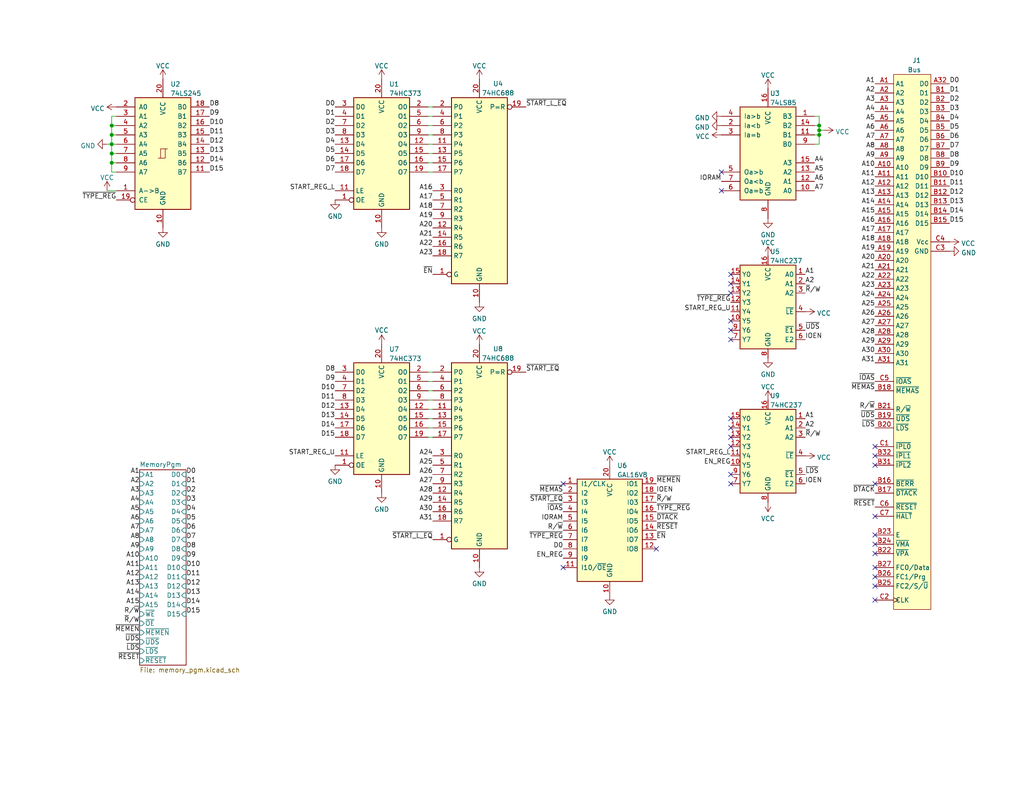
<source format=kicad_sch>
(kicad_sch (version 20230121) (generator eeschema)
  (paper "USLetter")
  (title_block (title "RAM/ROM Board") (date "2022-11-15") (rev "1.0.0-dev-4"))
  (lib_symbols
    (symbol "74xx:74HC237"
      (property "Reference" "U" (at -7.62 13.97 0))
      (property "Value" "74HC237" (at 2.54 -11.43 0))
      (symbol "74HC237_0_1"
        (rectangle (start -7.62 12.7) (end 7.62 -10.16) (stroke (width 0.254)) (fill (type background)))
      )
      (symbol "74HC237_1_1"
        (pin input line (at -10.16 10.16 0) (length 2.54) (name "A0") (number "1"))
        (pin output line (at 10.16 -2.54 180) (length 2.54) (name "Y5") (number "10"))
        (pin output line (at 10.16 0 180) (length 2.54) (name "Y4") (number "11"))
        (pin output line (at 10.16 2.54 180) (length 2.54) (name "Y3") (number "12"))
        (pin output line (at 10.16 5.08 180) (length 2.54) (name "Y2") (number "13"))
        (pin output line (at 10.16 7.62 180) (length 2.54) (name "Y1") (number "14"))
        (pin output line (at 10.16 10.16 180) (length 2.54) (name "Y0") (number "15"))
        (pin power_in line (at 0 15.24 270) (length 2.54) (name "VCC") (number "16"))
        (pin input line (at -10.16 7.62 0) (length 2.54) (name "A1") (number "2"))
        (pin input line (at -10.16 5.08 0) (length 2.54) (name "A2") (number "3"))
        (pin input line (at -10.16 0 0) (length 2.54) (name "~{LE}") (number "4"))
        (pin input line (at -10.16 -5.08 0) (length 2.54) (name "~{E1}") (number "5"))
        (pin input line (at -10.16 -7.62 0) (length 2.54) (name "E2") (number "6"))
        (pin output line (at 10.16 -7.62 180) (length 2.54) (name "Y7") (number "7"))
        (pin power_in line (at 0 -12.7 90) (length 2.54) (name "GND") (number "8"))
        (pin output line (at 10.16 -5.08 180) (length 2.54) (name "Y6") (number "9"))
      )
    )
    (symbol "74xx:74HC373"
      (property "Reference" "U" (at -7.62 16.51 0))
      (property "Value" "74HC373" (at -7.62 -16.51 0))
      (symbol "74HC373_1_0"
        (pin input inverted (at -12.7 -12.7 0) (length 5.08) (name "OE") (number "1"))
        (pin power_in line (at 0 -20.32 90) (length 5.08) (name "GND") (number "10"))
        (pin input line (at -12.7 -10.16 0) (length 5.08) (name "LE") (number "11"))
        (pin tri_state line (at 12.7 2.54 180) (length 5.08) (name "O4") (number "12"))
        (pin input line (at -12.7 2.54 0) (length 5.08) (name "D4") (number "13"))
        (pin input line (at -12.7 0 0) (length 5.08) (name "D5") (number "14"))
        (pin tri_state line (at 12.7 0 180) (length 5.08) (name "O5") (number "15"))
        (pin tri_state line (at 12.7 -2.54 180) (length 5.08) (name "O6") (number "16"))
        (pin input line (at -12.7 -2.54 0) (length 5.08) (name "D6") (number "17"))
        (pin input line (at -12.7 -5.08 0) (length 5.08) (name "D7") (number "18"))
        (pin tri_state line (at 12.7 -5.08 180) (length 5.08) (name "O7") (number "19"))
        (pin tri_state line (at 12.7 12.7 180) (length 5.08) (name "O0") (number "2"))
        (pin power_in line (at 0 20.32 270) (length 5.08) (name "VCC") (number "20"))
        (pin input line (at -12.7 12.7 0) (length 5.08) (name "D0") (number "3"))
        (pin input line (at -12.7 10.16 0) (length 5.08) (name "D1") (number "4"))
        (pin tri_state line (at 12.7 10.16 180) (length 5.08) (name "O1") (number "5"))
        (pin tri_state line (at 12.7 7.62 180) (length 5.08) (name "O2") (number "6"))
        (pin input line (at -12.7 7.62 0) (length 5.08) (name "D2") (number "7"))
        (pin input line (at -12.7 5.08 0) (length 5.08) (name "D3") (number "8"))
        (pin tri_state line (at 12.7 5.08 180) (length 5.08) (name "O3") (number "9"))
      )
      (symbol "74HC373_1_1"
        (rectangle (start -7.62 15.24) (end 7.62 -15.24) (stroke (width 0.254)) (fill (type background)))
      )
    )
    (symbol "74xx:74HC688"
      (property "Reference" "U" (at -7.62 26.67 0))
      (property "Value" "74HC688" (at -7.62 -26.67 0))
      (symbol "74HC688_1_0"
        (pin input inverted (at -12.7 -22.86 0) (length 5.08) (name "G") (number "1"))
        (pin power_in line (at 0 -30.48 90) (length 5.08) (name "GND") (number "10"))
        (pin input line (at -12.7 12.7 0) (length 5.08) (name "P4") (number "11"))
        (pin input line (at -12.7 -10.16 0) (length 5.08) (name "R4") (number "12"))
        (pin input line (at -12.7 10.16 0) (length 5.08) (name "P5") (number "13"))
        (pin input line (at -12.7 -12.7 0) (length 5.08) (name "R5") (number "14"))
        (pin input line (at -12.7 7.62 0) (length 5.08) (name "P6") (number "15"))
        (pin input line (at -12.7 -15.24 0) (length 5.08) (name "R6") (number "16"))
        (pin input line (at -12.7 5.08 0) (length 5.08) (name "P7") (number "17"))
        (pin input line (at -12.7 -17.78 0) (length 5.08) (name "R7") (number "18"))
        (pin output inverted (at 12.7 22.86 180) (length 5.08) (name "P=R") (number "19"))
        (pin input line (at -12.7 22.86 0) (length 5.08) (name "P0") (number "2"))
        (pin power_in line (at 0 30.48 270) (length 5.08) (name "VCC") (number "20"))
        (pin input line (at -12.7 0 0) (length 5.08) (name "R0") (number "3"))
        (pin input line (at -12.7 20.32 0) (length 5.08) (name "P1") (number "4"))
        (pin input line (at -12.7 -2.54 0) (length 5.08) (name "R1") (number "5"))
        (pin input line (at -12.7 17.78 0) (length 5.08) (name "P2") (number "6"))
        (pin input line (at -12.7 -5.08 0) (length 5.08) (name "R2") (number "7"))
        (pin input line (at -12.7 15.24 0) (length 5.08) (name "P3") (number "8"))
        (pin input line (at -12.7 -7.62 0) (length 5.08) (name "R3") (number "9"))
      )
      (symbol "74HC688_1_1"
        (rectangle (start -7.62 25.4) (end 7.62 -25.4) (stroke (width 0.254)) (fill (type background)))
      )
    )
    (symbol "74xx:74LS245" (pin_names (offset 1.016))
      (property "Reference" "U" (at -7.62 16.51 0))
      (property "Value" "74LS245" (at -7.62 -16.51 0))
      (symbol "74LS245_1_0"
        (polyline (pts (xy -0.635 -1.27) (xy -0.635 1.27) (xy 0.635 1.27)))
        (polyline (pts (xy -1.27 -1.27) (xy 0.635 -1.27) (xy 0.635 1.27) (xy 1.27 1.27)))
        (pin input line (at -12.7 -10.16 0) (length 5.08) (name "A->B") (number "1"))
        (pin power_in line (at 0 -20.32 90) (length 5.08) (name "GND") (number "10"))
        (pin tri_state line (at 12.7 -5.08 180) (length 5.08) (name "B7") (number "11"))
        (pin tri_state line (at 12.7 -2.54 180) (length 5.08) (name "B6") (number "12"))
        (pin tri_state line (at 12.7 0 180) (length 5.08) (name "B5") (number "13"))
        (pin tri_state line (at 12.7 2.54 180) (length 5.08) (name "B4") (number "14"))
        (pin tri_state line (at 12.7 5.08 180) (length 5.08) (name "B3") (number "15"))
        (pin tri_state line (at 12.7 7.62 180) (length 5.08) (name "B2") (number "16"))
        (pin tri_state line (at 12.7 10.16 180) (length 5.08) (name "B1") (number "17"))
        (pin tri_state line (at 12.7 12.7 180) (length 5.08) (name "B0") (number "18"))
        (pin input inverted (at -12.7 -12.7 0) (length 5.08) (name "CE") (number "19"))
        (pin tri_state line (at -12.7 12.7 0) (length 5.08) (name "A0") (number "2"))
        (pin power_in line (at 0 20.32 270) (length 5.08) (name "VCC") (number "20"))
        (pin tri_state line (at -12.7 10.16 0) (length 5.08) (name "A1") (number "3"))
        (pin tri_state line (at -12.7 7.62 0) (length 5.08) (name "A2") (number "4"))
        (pin tri_state line (at -12.7 5.08 0) (length 5.08) (name "A3") (number "5"))
        (pin tri_state line (at -12.7 2.54 0) (length 5.08) (name "A4") (number "6"))
        (pin tri_state line (at -12.7 0 0) (length 5.08) (name "A5") (number "7"))
        (pin tri_state line (at -12.7 -2.54 0) (length 5.08) (name "A6") (number "8"))
        (pin tri_state line (at -12.7 -5.08 0) (length 5.08) (name "A7") (number "9"))
      )
      (symbol "74LS245_1_1"
        (rectangle (start -7.62 15.24) (end 7.62 -15.24) (stroke (width 0.254)) (fill (type background)))
      )
    )
    (symbol "74xx:74LS85" (pin_names (offset 1.016))
      (property "Reference" "U" (at -7.62 13.97 0))
      (property "Value" "74LS85" (at -7.62 -13.97 0))
      (symbol "74LS85_1_0"
        (pin input line (at -12.7 10.16 0) (length 5.08) (name "B3") (number "1"))
        (pin input line (at -12.7 -10.16 0) (length 5.08) (name "A0") (number "10"))
        (pin input line (at -12.7 5.08 0) (length 5.08) (name "B1") (number "11"))
        (pin input line (at -12.7 -7.62 0) (length 5.08) (name "A1") (number "12"))
        (pin input line (at -12.7 -5.08 0) (length 5.08) (name "A2") (number "13"))
        (pin input line (at -12.7 7.62 0) (length 5.08) (name "B2") (number "14"))
        (pin input line (at -12.7 -2.54 0) (length 5.08) (name "A3") (number "15"))
        (pin power_in line (at 0 17.78 270) (length 5.08) (name "VCC") (number "16"))
        (pin input line (at 12.7 7.62 180) (length 5.08) (name "Ia<b") (number "2"))
        (pin input line (at 12.7 5.08 180) (length 5.08) (name "Ia=b") (number "3"))
        (pin input line (at 12.7 10.16 180) (length 5.08) (name "Ia>b") (number "4"))
        (pin output line (at 12.7 -5.08 180) (length 5.08) (name "Oa>b") (number "5"))
        (pin output line (at 12.7 -10.16 180) (length 5.08) (name "Oa=b") (number "6"))
        (pin output line (at 12.7 -7.62 180) (length 5.08) (name "Oa<b") (number "7"))
        (pin power_in line (at 0 -17.78 90) (length 5.08) (name "GND") (number "8"))
        (pin input line (at -12.7 2.54 0) (length 5.08) (name "B0") (number "9"))
      )
      (symbol "74LS85_1_1"
        (rectangle (start -7.62 12.7) (end 7.62 -12.7) (stroke (width 0.254)) (fill (type background)))
      )
    )
    (symbol "Logic_Programmable:GAL16V8" (pin_names (offset 1.016))
      (property "Reference" "U" (at -8.89 16.51 0))
      (property "Value" "GAL16V8" (at 1.27 16.51 0))
      (symbol "GAL16V8_0_0"
        (pin power_in line (at 0 -17.78 90) (length 3.81) (name "GND") (number "10"))
        (pin power_in line (at 0 17.78 270) (length 3.81) (name "VCC") (number "20"))
      )
      (symbol "GAL16V8_0_1"
        (rectangle (start -8.89 13.97) (end 8.89 -13.97) (stroke (width 0.254)) (fill (type background)))
      )
      (symbol "GAL16V8_1_1"
        (pin input line (at -12.7 12.7 0) (length 3.81) (name "I1/CLK") (number "1"))
        (pin input line (at -12.7 -10.16 0) (length 3.81) (name "I10/~{OE}") (number "11"))
        (pin tri_state line (at 12.7 -5.08 180) (length 3.81) (name "IO8") (number "12"))
        (pin tri_state line (at 12.7 -2.54 180) (length 3.81) (name "IO7") (number "13"))
        (pin tri_state line (at 12.7 0 180) (length 3.81) (name "IO6") (number "14"))
        (pin tri_state line (at 12.7 2.54 180) (length 3.81) (name "IO5") (number "15"))
        (pin tri_state line (at 12.7 5.08 180) (length 3.81) (name "IO4") (number "16"))
        (pin tri_state line (at 12.7 7.62 180) (length 3.81) (name "I03") (number "17"))
        (pin tri_state line (at 12.7 10.16 180) (length 3.81) (name "IO2") (number "18"))
        (pin tri_state line (at 12.7 12.7 180) (length 3.81) (name "IO1") (number "19"))
        (pin input line (at -12.7 10.16 0) (length 3.81) (name "I2") (number "2"))
        (pin input line (at -12.7 7.62 0) (length 3.81) (name "I3") (number "3"))
        (pin input line (at -12.7 5.08 0) (length 3.81) (name "I4") (number "4"))
        (pin input line (at -12.7 2.54 0) (length 3.81) (name "I5") (number "5"))
        (pin input line (at -12.7 0 0) (length 3.81) (name "I6") (number "6"))
        (pin input line (at -12.7 -2.54 0) (length 3.81) (name "I7") (number "7"))
        (pin input line (at -12.7 -5.08 0) (length 3.81) (name "I8") (number "8"))
        (pin input line (at -12.7 -7.62 0) (length 3.81) (name "I9") (number "9"))
      )
    )
    (symbol "parts:Bus"
      (property "Reference" "J4" (at 0 66.04 0))
      (property "Value" "Bus" (at 0 63.5 0))
      (symbol "Bus_0_1"
        (rectangle (start -5.08 62.23) (end 5.08 -83.82) (stroke (width 0.1524)) (fill (type background)))
      )
      (symbol "Bus_1_1"
        (pin tri_state line (at -10.16 59.69 0) (length 5.08) (name "A1") (number "A1"))
        (pin tri_state line (at -10.16 36.83 0) (length 5.08) (name "A10") (number "A10"))
        (pin tri_state line (at -10.16 34.29 0) (length 5.08) (name "A11") (number "A11"))
        (pin tri_state line (at -10.16 31.75 0) (length 5.08) (name "A12") (number "A12"))
        (pin tri_state line (at -10.16 29.21 0) (length 5.08) (name "A13") (number "A13"))
        (pin tri_state line (at -10.16 26.67 0) (length 5.08) (name "A14") (number "A14"))
        (pin tri_state line (at -10.16 24.13 0) (length 5.08) (name "A15") (number "A15"))
        (pin tri_state line (at -10.16 21.59 0) (length 5.08) (name "A16") (number "A16"))
        (pin tri_state line (at -10.16 19.05 0) (length 5.08) (name "A17") (number "A17"))
        (pin tri_state line (at -10.16 16.51 0) (length 5.08) (name "A18") (number "A18"))
        (pin tri_state line (at -10.16 13.97 0) (length 5.08) (name "A19") (number "A19"))
        (pin tri_state line (at -10.16 57.15 0) (length 5.08) (name "A2") (number "A2"))
        (pin tri_state line (at -10.16 11.43 0) (length 5.08) (name "A20") (number "A20"))
        (pin tri_state line (at -10.16 8.89 0) (length 5.08) (name "A21") (number "A21"))
        (pin tri_state line (at -10.16 6.35 0) (length 5.08) (name "A22") (number "A22"))
        (pin tri_state line (at -10.16 3.81 0) (length 5.08) (name "A23") (number "A23"))
        (pin tri_state line (at -10.16 1.27 0) (length 5.08) (name "A24") (number "A24"))
        (pin tri_state line (at -10.16 -1.27 0) (length 5.08) (name "A25") (number "A25"))
        (pin tri_state line (at -10.16 -3.81 0) (length 5.08) (name "A26") (number "A26"))
        (pin tri_state line (at -10.16 -6.35 0) (length 5.08) (name "A27") (number "A27"))
        (pin tri_state line (at -10.16 -8.89 0) (length 5.08) (name "A28") (number "A28"))
        (pin tri_state line (at -10.16 -11.43 0) (length 5.08) (name "A29") (number "A29"))
        (pin tri_state line (at -10.16 54.61 0) (length 5.08) (name "A3") (number "A3"))
        (pin tri_state line (at -10.16 -13.97 0) (length 5.08) (name "A30") (number "A30"))
        (pin tri_state line (at -10.16 -16.51 0) (length 5.08) (name "A31") (number "A31"))
        (pin bidirectional line (at 10.16 59.69 180) (length 5.08) (name "D0") (number "A32"))
        (pin tri_state line (at -10.16 52.07 0) (length 5.08) (name "A4") (number "A4"))
        (pin tri_state line (at -10.16 49.53 0) (length 5.08) (name "A5") (number "A5"))
        (pin tri_state line (at -10.16 46.99 0) (length 5.08) (name "A6") (number "A6"))
        (pin tri_state line (at -10.16 44.45 0) (length 5.08) (name "A7") (number "A7"))
        (pin tri_state line (at -10.16 41.91 0) (length 5.08) (name "A8") (number "A8"))
        (pin tri_state line (at -10.16 39.37 0) (length 5.08) (name "A9") (number "A9"))
        (pin bidirectional line (at 10.16 57.15 180) (length 5.08) (name "D1") (number "B1"))
        (pin bidirectional line (at 10.16 34.29 180) (length 5.08) (name "D10") (number "B10"))
        (pin bidirectional line (at 10.16 31.75 180) (length 5.08) (name "D11") (number "B11"))
        (pin bidirectional line (at 10.16 29.21 180) (length 5.08) (name "D12") (number "B12"))
        (pin bidirectional line (at 10.16 26.67 180) (length 5.08) (name "D13") (number "B13"))
        (pin bidirectional line (at 10.16 24.13 180) (length 5.08) (name "D14") (number "B14"))
        (pin bidirectional line (at 10.16 21.59 180) (length 5.08) (name "D15") (number "B15"))
        (pin input line (at -10.16 -49.53 0) (length 5.08) (name "~{BERR}") (number "B16"))
        (pin input line (at -10.16 -52.07 0) (length 5.08) (name "~{DTACK}") (number "B17"))
        (pin output line (at -10.16 -24.13 0) (length 5.08) (name "~{MEMAS}") (number "B18"))
        (pin tri_state line (at -10.16 -31.75 0) (length 5.08) (name "~{UDS}") (number "B19"))
        (pin bidirectional line (at 10.16 54.61 180) (length 5.08) (name "D2") (number "B2"))
        (pin tri_state line (at -10.16 -34.29 0) (length 5.08) (name "~{LDS}") (number "B20"))
        (pin tri_state line (at -10.16 -29.21 0) (length 5.08) (name "R/~{W}") (number "B21"))
        (pin output line (at -10.16 -68.58 0) (length 5.08) (name "~{VPA}") (number "B22"))
        (pin output line (at -10.16 -63.5 0) (length 5.08) (name "E") (number "B23"))
        (pin output line (at -10.16 -66.04 0) (length 5.08) (name "~{VMA}") (number "B24"))
        (pin output line (at -10.16 -77.47 0) (length 5.08) (name "FC2/S/~{U}") (number "B25"))
        (pin output line (at -10.16 -74.93 0) (length 5.08) (name "FC1/Prg") (number "B26"))
        (pin output line (at -10.16 -72.39 0) (length 5.08) (name "FC0/Data") (number "B27"))
        (pin bidirectional line (at 10.16 52.07 180) (length 5.08) (name "D3") (number "B3"))
        (pin open_collector line (at -10.16 -44.45 0) (length 5.08) (name "~{IPL2}") (number "B31"))
        (pin open_collector line (at -10.16 -41.91 0) (length 5.08) (name "~{IPL1}") (number "B32"))
        (pin bidirectional line (at 10.16 49.53 180) (length 5.08) (name "D4") (number "B4"))
        (pin bidirectional line (at 10.16 46.99 180) (length 5.08) (name "D5") (number "B5"))
        (pin bidirectional line (at 10.16 44.45 180) (length 5.08) (name "D6") (number "B6"))
        (pin bidirectional line (at 10.16 41.91 180) (length 5.08) (name "D7") (number "B7"))
        (pin bidirectional line (at 10.16 39.37 180) (length 5.08) (name "D8") (number "B8"))
        (pin bidirectional line (at 10.16 36.83 180) (length 5.08) (name "D9") (number "B9"))
        (pin open_collector line (at -10.16 -39.37 0) (length 5.08) (name "~{IPL0}") (number "C1"))
        (pin output clock (at -10.16 -81.28 0) (length 5.08) (name "CLK") (number "C2"))
        (pin power_out line (at 10.16 13.97 180) (length 5.08) (name "GND") (number "C3"))
        (pin power_out line (at 10.16 16.51 180) (length 5.08) (name "Vcc") (number "C4"))
        (pin output line (at -10.16 -21.59 0) (length 5.08) (name "~{IOAS}") (number "C5"))
        (pin open_collector line (at -10.16 -55.88 0) (length 5.08) (name "~{RESET}") (number "C6"))
        (pin open_collector line (at -10.16 -58.42 0) (length 5.08) (name "~{HALT}") (number "C7"))
      )
    )
    (symbol "power:GND" (power) (pin_names (offset 0))
      (property "Value" "GND" (at 0 -3.81 0))
      (symbol "GND_0_1"
        (polyline (pts (xy 0 0) (xy 0 -1.27) (xy 1.27 -1.27) (xy 0 -2.54) (xy -1.27 -1.27) (xy 0 -1.27)))
      )
      (symbol "GND_1_1"
        (pin power_in line (at 0 0 270) (length 0) hide (name "GND") (number "1"))
      )
    )
    (symbol "power:VCC" (power) (pin_names (offset 0))
      (property "Value" "VCC" (at 0 3.81 0))
      (symbol "VCC_0_1"
        (polyline (pts (xy -0.762 1.27) (xy 0 2.54)))
        (polyline (pts (xy 0 0) (xy 0 2.54)))
        (polyline (pts (xy 0 2.54) (xy 0.762 1.27)))
      )
      (symbol "VCC_1_1"
        (pin power_in line (at 0 0 90) (length 0) hide (name "VCC") (number "1"))
      )
    )
  )
  (junction (at 30.48 39.37))
  (junction (at 223.52 35.56))
  (junction (at 30.48 34.29))
  (junction (at 30.48 44.45))
  (junction (at 223.52 36.83))
  (junction (at 30.48 41.91))
  (junction (at 30.48 36.83))
  (junction (at 223.52 34.29))
  (no_connect (at 196.85 46.99))
  (no_connect (at 238.76 146.05))
  (no_connect (at 238.76 148.59))
  (no_connect (at 238.76 132.08))
  (no_connect (at 238.76 140.97))
  (no_connect (at 238.76 151.13))
  (no_connect (at 153.67 154.94))
  (no_connect (at 199.39 132.08))
  (no_connect (at 199.39 77.47))
  (no_connect (at 199.39 114.3))
  (no_connect (at 199.39 116.84))
  (no_connect (at 199.39 74.93))
  (no_connect (at 153.67 132.08))
  (no_connect (at 179.07 149.86))
  (no_connect (at 199.39 87.63))
  (no_connect (at 199.39 90.17))
  (no_connect (at 199.39 92.71))
  (no_connect (at 199.39 80.01))
  (no_connect (at 199.39 121.92))
  (no_connect (at 199.39 119.38))
  (no_connect (at 199.39 129.54))
  (no_connect (at 238.76 163.83))
  (no_connect (at 238.76 154.94))
  (no_connect (at 238.76 157.48))
  (no_connect (at 238.76 160.02))
  (no_connect (at 238.76 127))
  (no_connect (at 238.76 121.92))
  (no_connect (at 238.76 124.46))
  (no_connect (at 196.85 52.07))
  (wire (pts (xy 30.48 34.29) (xy 31.75 34.29)))
  (wire (pts (xy 30.48 41.91) (xy 31.75 41.91)))
  (wire (pts (xy 116.84 116.84) (xy 118.11 116.84)))
  (wire (pts (xy 116.84 41.91) (xy 118.11 41.91)))
  (wire (pts (xy 223.52 39.37) (xy 222.25 39.37)))
  (wire (pts (xy 29.21 52.07) (xy 31.75 52.07)))
  (wire (pts (xy 223.52 34.29) (xy 222.25 34.29)))
  (wire (pts (xy 223.52 36.83) (xy 222.25 36.83)))
  (wire (pts (xy 116.84 114.3) (xy 118.11 114.3)))
  (wire (pts (xy 223.52 35.56) (xy 223.52 34.29)))
  (wire (pts (xy 116.84 36.83) (xy 118.11 36.83)))
  (wire (pts (xy 223.52 36.83) (xy 223.52 39.37)))
  (wire (pts (xy 116.84 106.68) (xy 118.11 106.68)))
  (wire (pts (xy 30.48 36.83) (xy 31.75 36.83)))
  (wire (pts (xy 116.84 39.37) (xy 118.11 39.37)))
  (wire (pts (xy 116.84 101.6) (xy 118.11 101.6)))
  (wire (pts (xy 30.48 36.83) (xy 30.48 39.37)))
  (wire (pts (xy 116.84 104.14) (xy 118.11 104.14)))
  (wire (pts (xy 224.79 35.56) (xy 223.52 35.56)))
  (wire (pts (xy 223.52 35.56) (xy 223.52 36.83)))
  (wire (pts (xy 30.48 34.29) (xy 30.48 36.83)))
  (wire (pts (xy 116.84 29.21) (xy 118.11 29.21)))
  (wire (pts (xy 30.48 44.45) (xy 31.75 44.45)))
  (wire (pts (xy 116.84 31.75) (xy 118.11 31.75)))
  (wire (pts (xy 116.84 109.22) (xy 118.11 109.22)))
  (wire (pts (xy 30.48 31.75) (xy 30.48 34.29)))
  (wire (pts (xy 30.48 44.45) (xy 30.48 46.99)))
  (wire (pts (xy 116.84 119.38) (xy 118.11 119.38)))
  (wire (pts (xy 31.75 31.75) (xy 30.48 31.75)))
  (wire (pts (xy 116.84 34.29) (xy 118.11 34.29)))
  (wire (pts (xy 223.52 31.75) (xy 223.52 34.29)))
  (wire (pts (xy 30.48 41.91) (xy 30.48 44.45)))
  (wire (pts (xy 30.48 39.37) (xy 31.75 39.37)))
  (wire (pts (xy 222.25 31.75) (xy 223.52 31.75)))
  (wire (pts (xy 29.21 39.37) (xy 30.48 39.37)))
  (wire (pts (xy 116.84 111.76) (xy 118.11 111.76)))
  (wire (pts (xy 30.48 46.99) (xy 31.75 46.99)))
  (wire (pts (xy 116.84 44.45) (xy 118.11 44.45)))
  (wire (pts (xy 116.84 46.99) (xy 118.11 46.99)))
  (wire (pts (xy 30.48 39.37) (xy 30.48 41.91)))
  (label "A24" (at 118.11 124.46 180))
  (label "~{START_EQ}" (at 143.51 101.6 0))
  (label "D9" (at 259.08 45.72 0))
  (label "A15" (at 238.76 58.42 180))
  (label "A11" (at 238.76 48.26 180))
  (label "D5" (at 50.8 142.24 0))
  (label "A29" (at 238.76 93.98 180))
  (label "A2" (at 219.71 77.47 0))
  (label "~{R}{slash}W" (at 219.71 119.38 0))
  (label "A25" (at 238.76 83.82 180))
  (label "A3" (at 238.76 27.94 180))
  (label "D8" (at 259.08 43.18 0))
  (label "D14" (at 91.44 116.84 180))
  (label "~{EN}" (at 179.07 147.32 0))
  (label "A28" (at 238.76 91.44 180))
  (label "D8" (at 91.44 101.6 180))
  (label "~{START_L_EQ}" (at 118.11 147.32 180))
  (label "D12" (at 259.08 53.34 0))
  (label "A19" (at 238.76 68.58 180))
  (label "A1" (at 38.1 129.54 180))
  (label "A17" (at 238.76 63.5 180))
  (label "A6" (at 222.25 49.53 0))
  (label "~{MEMAS}" (at 153.67 134.62 180))
  (label "~{RESET}" (at 38.1 180.34 180))
  (label "A4" (at 238.76 30.48 180))
  (label "A6" (at 38.1 142.24 180))
  (label "D14" (at 50.8 165.1 0))
  (label "~{DTACK}" (at 179.07 142.24 0))
  (label "A29" (at 118.11 137.16 180))
  (label "~{R}{slash}W" (at 179.07 137.16 0))
  (label "~{LDS}" (at 38.1 177.8 180))
  (label "A2" (at 238.76 25.4 180))
  (label "D11" (at 57.15 36.83 0))
  (label "D5" (at 259.08 35.56 0))
  (label "D14" (at 57.15 44.45 0))
  (label "A4" (at 222.25 44.45 0))
  (label "START_REG_L" (at 91.44 52.07 180))
  (label "~{R}{slash}W" (at 219.71 80.01 0))
  (label "D0" (at 91.44 29.21 180))
  (label "D3" (at 50.8 137.16 0))
  (label "A8" (at 38.1 147.32 180))
  (label "D6" (at 91.44 44.45 180))
  (label "A25" (at 118.11 127 180))
  (label "A1" (at 219.71 74.93 0))
  (label "D3" (at 91.44 36.83 180))
  (label "D13" (at 57.15 41.91 0))
  (label "A3" (at 38.1 134.62 180))
  (label "D8" (at 57.15 29.21 0))
  (label "~{TYPE_REG}" (at 199.39 82.55 180))
  (label "D10" (at 50.8 154.94 0))
  (label "A5" (at 38.1 139.7 180))
  (label "A5" (at 238.76 33.02 180))
  (label "D6" (at 50.8 144.78 0))
  (label "D1" (at 91.44 31.75 180))
  (label "D4" (at 259.08 33.02 0))
  (label "IORAM" (at 153.67 142.24 180))
  (label "~{RESET}" (at 179.07 144.78 0))
  (label "A16" (at 118.11 52.07 180))
  (label "~{START_L_EQ}" (at 143.51 29.21 0))
  (label "D11" (at 50.8 157.48 0))
  (label "IOEN" (at 219.71 132.08 0))
  (label "A1" (at 238.76 22.86 180))
  (label "A16" (at 238.76 60.96 180))
  (label "D10" (at 259.08 48.26 0))
  (label "A31" (at 238.76 99.06 180))
  (label "~{R}{slash}W" (at 38.1 170.18 180))
  (label "A30" (at 238.76 96.52 180))
  (label "A18" (at 118.11 57.15 180))
  (label "A20" (at 238.76 71.12 180))
  (label "A14" (at 238.76 55.88 180))
  (label "D7" (at 259.08 40.64 0))
  (label "A14" (at 38.1 162.56 180))
  (label "D2" (at 91.44 34.29 180))
  (label "D6" (at 259.08 38.1 0))
  (label "A22" (at 118.11 67.31 180))
  (label "D13" (at 259.08 55.88 0))
  (label "A19" (at 118.11 59.69 180))
  (label "A10" (at 238.76 45.72 180))
  (label "A7" (at 238.76 38.1 180))
  (label "D9" (at 50.8 152.4 0))
  (label "D12" (at 50.8 160.02 0))
  (label "A27" (at 118.11 132.08 180))
  (label "IOEN" (at 179.07 134.62 0))
  (label "D4" (at 50.8 139.7 0))
  (label "A11" (at 38.1 154.94 180))
  (label "~{UDS}" (at 219.71 90.17 0))
  (label "D10" (at 91.44 106.68 180))
  (label "~{MEMEN}" (at 179.07 132.08 0))
  (label "~{IOAS}" (at 153.67 139.7 180))
  (label "D15" (at 50.8 167.64 0))
  (label "~{LDS}" (at 219.71 129.54 0))
  (label "A17" (at 118.11 54.61 180))
  (label "R{slash}~{W}" (at 38.1 167.64 180))
  (label "~{RESET}" (at 238.76 138.43 180))
  (label "~{UDS}" (at 238.76 114.3 180))
  (label "A7" (at 222.25 52.07 0))
  (label "A27" (at 238.76 88.9 180))
  (label "A9" (at 38.1 149.86 180))
  (label "A10" (at 38.1 152.4 180))
  (label "EN_REG" (at 153.67 152.4 180))
  (label "~{LDS}" (at 238.76 116.84 180))
  (label "~{TYPE_REG}" (at 31.75 54.61 180))
  (label "D9" (at 57.15 31.75 0))
  (label "D4" (at 91.44 39.37 180))
  (label "START_REG_U" (at 91.44 124.46 180))
  (label "~{START_EQ}" (at 153.67 137.16 180))
  (label "~{EN}" (at 118.11 74.93 180))
  (label "A13" (at 38.1 160.02 180))
  (label "~{TYPE_REG}" (at 179.07 139.7 0))
  (label "A30" (at 118.11 139.7 180))
  (label "D0" (at 153.67 149.86 180))
  (label "D1" (at 259.08 25.4 0))
  (label "START_REG_L" (at 199.39 124.46 180))
  (label "D12" (at 91.44 111.76 180))
  (label "~{MEMAS}" (at 238.76 106.68 180))
  (label "D2" (at 259.08 27.94 0))
  (label "D12" (at 57.15 39.37 0))
  (label "D15" (at 259.08 60.96 0))
  (label "D2" (at 50.8 134.62 0))
  (label "D0" (at 50.8 129.54 0))
  (label "A23" (at 118.11 69.85 180))
  (label "A6" (at 238.76 35.56 180))
  (label "A1" (at 219.71 114.3 0))
  (label "D7" (at 91.44 46.99 180))
  (label "D0" (at 259.08 22.86 0))
  (label "A4" (at 38.1 137.16 180))
  (label "D10" (at 57.15 34.29 0))
  (label "EN_REG" (at 199.39 127 180))
  (label "D13" (at 91.44 114.3 180))
  (label "A26" (at 118.11 129.54 180))
  (label "IOEN" (at 219.71 92.71 0))
  (label "~{MEMEN}" (at 38.1 172.72 180))
  (label "A31" (at 118.11 142.24 180))
  (label "A9" (at 238.76 43.18 180))
  (label "A2" (at 219.71 116.84 0))
  (label "D9" (at 91.44 104.14 180))
  (label "A21" (at 118.11 64.77 180))
  (label "D5" (at 91.44 41.91 180))
  (label "A15" (at 38.1 165.1 180))
  (label "D8" (at 50.8 149.86 0))
  (label "~{DTACK}" (at 238.76 134.62 180))
  (label "D7" (at 50.8 147.32 0))
  (label "D11" (at 259.08 50.8 0))
  (label "~{IOAS}" (at 238.76 104.14 180))
  (label "~{TYPE_REG}" (at 153.67 147.32 180))
  (label "A8" (at 238.76 40.64 180))
  (label "D11" (at 91.44 109.22 180))
  (label "A2" (at 38.1 132.08 180))
  (label "A24" (at 238.76 81.28 180))
  (label "~{UDS}" (at 38.1 175.26 180))
  (label "A12" (at 38.1 157.48 180))
  (label "R{slash}~{W}" (at 153.67 144.78 180))
  (label "D15" (at 57.15 46.99 0))
  (label "R{slash}~{W}" (at 238.76 111.76 180))
  (label "START_REG_U" (at 199.39 85.09 180))
  (label "A23" (at 238.76 78.74 180))
  (label "D1" (at 50.8 132.08 0))
  (label "D3" (at 259.08 30.48 0))
  (label "A7" (at 38.1 144.78 180))
  (label "IORAM" (at 196.85 49.53 180))
  (label "A20" (at 118.11 62.23 180))
  (label "A13" (at 238.76 53.34 180))
  (label "A18" (at 238.76 66.04 180))
  (label "A22" (at 238.76 76.2 180))
  (label "D14" (at 259.08 58.42 0))
  (label "A28" (at 118.11 134.62 180))
  (label "D13" (at 50.8 162.56 0))
  (label "A12" (at 238.76 50.8 180))
  (label "A21" (at 238.76 73.66 180))
  (label "A26" (at 238.76 86.36 180))
  (label "A5" (at 222.25 46.99 0))
  (label "D15" (at 91.44 119.38 180))
  (symbol (lib_id "power:GND") (at 130.81 82.55 0) (unit 1)
    (property "Reference" "#PWR017" (effects hide))
    (property "Value" "GND" (at 130.81 86.9934 0))
  )
  (symbol (lib_id "74xx:74LS85") (at 209.55 41.91 0) (mirror y) (unit 1)
    (property "Reference" "U3" (at 210.0706 25.5102 0) (effects (justify right)))
    (property "Value" "74LS85" (at 210.0706 28.0471 0) (effects (justify right)))
    (property "Footprint" "Package_SO:TSSOP-16_4.4x5mm_P0.65mm" (effects hide))
    (property "Datasheet" "http://www.ti.com/lit/gpn/sn74LS85" (effects hide))
  )
  (symbol (lib_id "power:VCC") (at 224.79 35.56 270) (mirror x) (unit 1)
    (property "Reference" "#PWR08" (effects hide))
    (property "Value" "VCC" (at 227.965 35.9938 90) (effects (justify left)))
  )
  (symbol (lib_id "power:VCC") (at 209.55 137.16 180) (unit 1)
    (property "Reference" "#PWR030" (effects hide))
    (property "Value" "VCC" (at 209.55 141.6034 0))
  )
  (symbol (lib_id "power:GND") (at 209.55 97.79 0) (mirror y) (unit 1)
    (property "Reference" "#PWR0105" (effects hide))
    (property "Value" "GND" (at 209.55 102.2334 0))
  )
  (symbol (lib_id "power:GND") (at 196.85 31.75 270) (mirror x) (unit 1)
    (property "Reference" "#PWR06" (effects hide))
    (property "Value" "GND" (at 193.675 32.1838 90) (effects (justify right)))
  )
  (symbol (lib_id "power:GND") (at 104.14 62.23 0) (unit 1)
    (property "Reference" "#PWR013" (effects hide))
    (property "Value" "GND" (at 104.14 66.6734 0))
  )
  (symbol (lib_id "74xx:74HC237") (at 209.55 85.09 0) (mirror y) (unit 1)
    (property "Reference" "U5" (at 210.0706 68.6902 0) (effects (justify right)))
    (property "Value" "74HC237" (at 210.0706 71.2271 0) (effects (justify right)))
    (property "Footprint" "Package_SO:SOIC-16_3.9x9.9mm_P1.27mm" (effects hide))
    (property "Datasheet" "http://www.ti.com/lit/ds/symlink/cd74hc237.pdf" (effects hide))
  )
  (symbol (lib_id "power:VCC") (at 130.81 93.98 0) (unit 1)
    (property "Reference" "#PWR021" (effects hide))
    (property "Value" "VCC" (at 130.81 90.4042 0))
  )
  (symbol (lib_id "power:GND") (at 259.08 68.58 90) (unit 1)
    (property "Reference" "#PWR022" (effects hide))
    (property "Value" "GND" (at 262.255 69.0138 90) (effects (justify right)))
  )
  (symbol (lib_id "74xx:74HC688") (at 130.81 124.46 0) (unit 1)
    (property "Reference" "U8" (at 135.89 95.25 0))
    (property "Value" "74HC688" (at 135.89 97.79 0))
    (property "Footprint" "Package_SO:SOIC-20W_7.5x12.8mm_P1.27mm" (effects hide))
    (property "Datasheet" "https://www.ti.com/lit/ds/symlink/cd54hc688.pdf" (effects hide))
  )
  (symbol (lib_id "power:VCC") (at 44.45 21.59 0) (unit 1)
    (property "Reference" "#PWR03" (effects hide))
    (property "Value" "VCC" (at 44.45 18.0142 0))
  )
  (symbol (lib_id "74xx:74HC373") (at 104.14 114.3 0) (unit 1)
    (property "Reference" "U7" (at 106.1594 95.3602 0) (effects (justify left)))
    (property "Value" "74HC373" (at 106.1594 97.8971 0) (effects (justify left)))
    (property "Footprint" "Package_SO:TSSOP-20_4.4x6.5mm_P0.65mm" (effects hide))
    (property "Datasheet" "https://www.ti.com/lit/ds/symlink/cd54hc373.pdf" (effects hide))
  )
  (symbol (lib_id "parts:Bus") (at 248.92 82.55 0) (unit 1)
    (property "Reference" "J1" (at 248.92 16.51 0) (effects (justify left)))
    (property "Value" "Bus" (at 247.65 19.05 0) (effects (justify left)))
    (property "Footprint" "536366-6:TE_536366-6" (effects hide))
  )
  (symbol (lib_id "power:VCC") (at 219.71 124.46 270) (unit 1)
    (property "Reference" "#PWR026" (effects hide))
    (property "Value" "VCC" (at 222.885 124.8938 90) (effects (justify left)))
  )
  (symbol (lib_id "power:VCC") (at 219.71 85.09 270) (unit 1)
    (property "Reference" "#PWR018" (effects hide))
    (property "Value" "VCC" (at 222.885 85.5238 90) (effects (justify left)))
  )
  (symbol (lib_id "power:VCC") (at 209.55 69.85 0) (unit 1)
    (property "Reference" "#PWR016" (effects hide))
    (property "Value" "VCC" (at 209.55 66.2742 0))
  )
  (symbol (lib_id "power:VCC") (at 31.75 29.21 90) (unit 1)
    (property "Reference" "#PWR05" (effects hide))
    (property "Value" "VCC" (at 28.575 29.6438 90) (effects (justify left)))
  )
  (symbol (lib_id "power:VCC") (at 29.21 52.07 0) (unit 1)
    (property "Reference" "#PWR011" (effects hide))
    (property "Value" "VCC" (at 29.21 48.4942 0))
  )
  (symbol (lib_id "power:GND") (at 196.85 34.29 270) (mirror x) (unit 1)
    (property "Reference" "#PWR07" (effects hide))
    (property "Value" "GND" (at 193.675 34.7238 90) (effects (justify right)))
  )
  (symbol (lib_id "74xx:74HC237") (at 209.55 124.46 0) (mirror y) (unit 1)
    (property "Reference" "U9" (at 210.0706 108.0602 0) (effects (justify right)))
    (property "Value" "74HC237" (at 210.0706 110.5971 0) (effects (justify right)))
    (property "Footprint" "Package_SO:SOIC-16_3.9x9.9mm_P1.27mm" (effects hide))
    (property "Datasheet" "http://www.ti.com/lit/ds/symlink/cd74hc237.pdf" (effects hide))
  )
  (symbol (lib_id "power:GND") (at 209.55 59.69 0) (mirror y) (unit 1)
    (property "Reference" "#PWR014" (effects hide))
    (property "Value" "GND" (at 209.55 64.1334 0))
  )
  (symbol (lib_id "Logic_Programmable:GAL16V8") (at 166.37 144.78 0) (unit 1)
    (property "Reference" "U6" (at 168.3894 127.1102 0) (effects (justify left)))
    (property "Value" "GAL16V8" (at 168.3894 129.6471 0) (effects (justify left)))
    (property "Footprint" "Package_LCC:PLCC-20_SMD-Socket" (effects hide))
  )
  (symbol (lib_id "power:VCC") (at 166.37 127 0) (unit 1)
    (property "Reference" "#PWR029" (effects hide))
    (property "Value" "VCC" (at 166.37 123.4242 0))
  )
  (symbol (lib_id "power:VCC") (at 196.85 36.83 90) (mirror x) (unit 1)
    (property "Reference" "#PWR09" (effects hide))
    (property "Value" "VCC" (at 193.675 37.2638 90) (effects (justify left)))
  )
  (symbol (lib_id "power:GND") (at 130.81 154.94 0) (unit 1)
    (property "Reference" "#PWR031" (effects hide))
    (property "Value" "GND" (at 130.81 159.3834 0))
  )
  (symbol (lib_id "power:VCC") (at 259.08 66.04 270) (unit 1)
    (property "Reference" "#PWR0101" (effects hide))
    (property "Value" "VCC" (at 262.255 66.4738 90) (effects (justify left)))
  )
  (symbol (lib_id "74xx:74LS245") (at 44.45 41.91 0) (unit 1)
    (property "Reference" "U2" (at 46.4694 22.9702 0) (effects (justify left)))
    (property "Value" "74LS245" (at 46.4694 25.5071 0) (effects (justify left)))
    (property "Footprint" "Package_SO:TSSOP-20_4.4x6.5mm_P0.65mm" (effects hide))
    (property "Datasheet" "http://www.ti.com/lit/gpn/sn74LS245" (effects hide))
  )
  (symbol (lib_id "power:VCC") (at 104.14 21.59 0) (unit 1)
    (property "Reference" "#PWR01" (effects hide))
    (property "Value" "VCC" (at 104.14 18.0142 0))
  )
  (symbol (lib_id "power:GND") (at 104.14 134.62 0) (unit 1)
    (property "Reference" "#PWR028" (effects hide))
    (property "Value" "GND" (at 104.14 139.0634 0))
  )
  (symbol (lib_id "power:GND") (at 29.21 39.37 270) (unit 1)
    (property "Reference" "#PWR010" (effects hide))
    (property "Value" "GND" (at 26.0351 39.8038 90) (effects (justify right)))
  )
  (symbol (lib_id "74xx:74HC688") (at 130.81 52.07 0) (unit 1)
    (property "Reference" "U4" (at 135.89 22.86 0))
    (property "Value" "74HC688" (at 135.89 25.4 0))
    (property "Footprint" "Package_SO:SOIC-20W_7.5x12.8mm_P1.27mm" (effects hide))
    (property "Datasheet" "https://www.ti.com/lit/ds/symlink/cd54hc688.pdf" (effects hide))
  )
  (symbol (lib_id "power:VCC") (at 130.81 21.59 0) (unit 1)
    (property "Reference" "#PWR02" (effects hide))
    (property "Value" "VCC" (at 130.81 18.0142 0))
  )
  (symbol (lib_id "power:VCC") (at 209.55 24.13 0) (mirror y) (unit 1)
    (property "Reference" "#PWR04" (effects hide))
    (property "Value" "VCC" (at 209.55 20.5542 0))
  )
  (symbol (lib_id "power:VCC") (at 104.14 93.98 0) (unit 1)
    (property "Reference" "#PWR020" (effects hide))
    (property "Value" "VCC" (at 104.14 90.17 0))
  )
  (symbol (lib_id "power:GND") (at 166.37 162.56 0) (unit 1)
    (property "Reference" "#PWR032" (effects hide))
    (property "Value" "GND" (at 166.37 167.0034 0))
  )
  (symbol (lib_id "74xx:74HC373") (at 104.14 41.91 0) (unit 1)
    (property "Reference" "U1" (at 106.1594 22.9702 0) (effects (justify left)))
    (property "Value" "74HC373" (at 106.1594 25.5071 0) (effects (justify left)))
    (property "Footprint" "Package_SO:TSSOP-20_4.4x6.5mm_P0.65mm" (effects hide))
    (property "Datasheet" "https://www.ti.com/lit/ds/symlink/cd54hc373.pdf" (effects hide))
  )
  (symbol (lib_id "power:GND") (at 44.45 62.23 0) (unit 1)
    (property "Reference" "#PWR015" (effects hide))
    (property "Value" "GND" (at 44.45 66.6734 0))
  )
  (symbol (lib_id "power:VCC") (at 209.55 109.22 0) (unit 1)
    (property "Reference" "#PWR025" (effects hide))
    (property "Value" "VCC" (at 209.55 105.6442 0))
  )
  (symbol (lib_id "power:GND") (at 91.44 127 0) (unit 1)
    (property "Reference" "#PWR027" (effects hide))
    (property "Value" "GND" (at 91.44 131.4434 0))
  )
  (symbol (lib_id "power:GND") (at 91.44 54.61 0) (unit 1)
    (property "Reference" "#PWR012" (effects hide))
    (property "Value" "GND" (at 91.44 59.0534 0))
  )
  (sheet (at 38.1 128.27) (size 12.7 53.34) (stroke (width 0.1524))
    (property "Sheetname" "MemoryPgm" (at 38.1 127.5584 0) (effects (justify left bottom)))
    (property "Sheetfile" "memory_pgm.kicad_sch" (at 38.1 182.1946 0) (effects (justify left top)))
    (pin "D9" input (at 50.8 152.4 0))
    (pin "D8" input (at 50.8 149.86 0))
    (pin "D13" input (at 50.8 162.56 0))
    (pin "D11" input (at 50.8 157.48 0))
    (pin "D12" input (at 50.8 160.02 0))
    (pin "D10" input (at 50.8 154.94 0))
    (pin "D14" input (at 50.8 165.1 0))
    (pin "D15" input (at 50.8 167.64 0))
    (pin "D0" input (at 50.8 129.54 0))
    (pin "D2" input (at 50.8 134.62 0))
    (pin "A3" input (at 38.1 134.62 180))
    (pin "A1" input (at 38.1 129.54 180))
    (pin "A2" input (at 38.1 132.08 180))
    (pin "D1" input (at 50.8 132.08 0))
    (pin "D7" input (at 50.8 147.32 0))
    (pin "D6" input (at 50.8 144.78 0))
    (pin "D4" input (at 50.8 139.7 0))
    (pin "D3" input (at 50.8 137.16 0))
    (pin "D5" input (at 50.8 142.24 0))
    (pin "A7" input (at 38.1 144.78 180))
    (pin "A8" input (at 38.1 147.32 180))
    (pin "A5" input (at 38.1 139.7 180))
    (pin "A6" input (at 38.1 142.24 180))
    (pin "A4" input (at 38.1 137.16 180))
    (pin "A11" input (at 38.1 154.94 180))
    (pin "A13" input (at 38.1 160.02 180))
    (pin "A12" input (at 38.1 157.48 180))
    (pin "A9" input (at 38.1 149.86 180))
    (pin "A10" input (at 38.1 152.4 180))
    (pin "A14" input (at 38.1 162.56 180))
    (pin "~{RESET}" input (at 38.1 180.34 180))
    (pin "~{UDS}" input (at 38.1 175.26 180))
    (pin "~{WE}" input (at 38.1 167.64 180))
    (pin "A15" input (at 38.1 165.1 180))
    (pin "~{MEMEN}" input (at 38.1 172.72 180))
    (pin "~{OE}" input (at 38.1 170.18 180))
    (pin "~{LDS}" input (at 38.1 177.8 180))
  )
)
</source>
